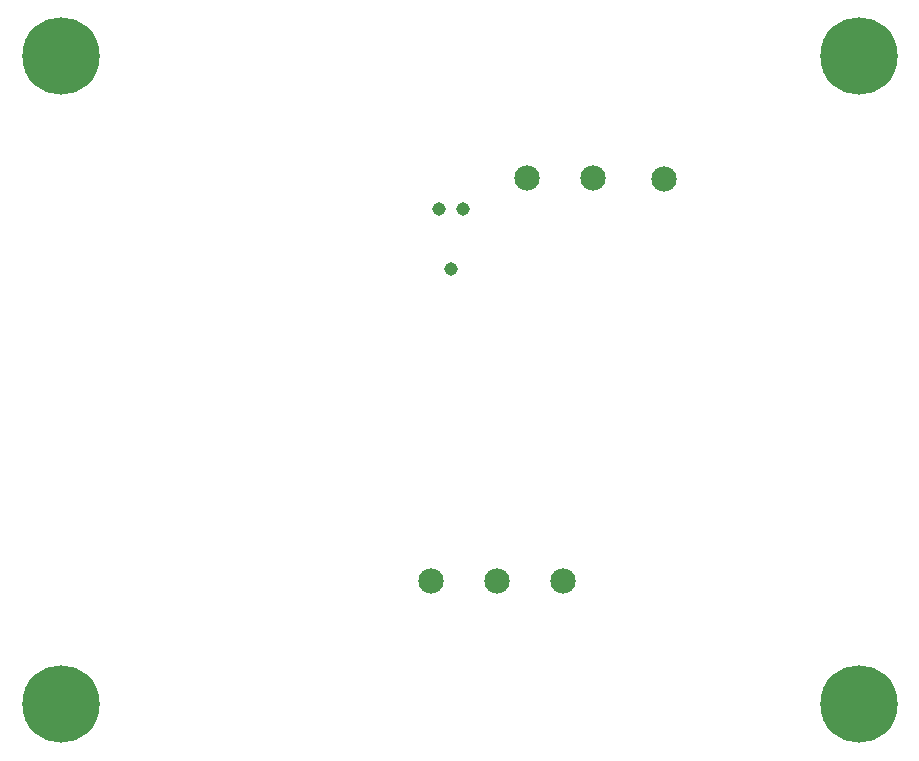
<source format=gbs>
G04 #@! TF.GenerationSoftware,KiCad,Pcbnew,6.0.10-86aedd382b~118~ubuntu18.04.1*
G04 #@! TF.CreationDate,2024-08-26T13:47:26-06:00*
G04 #@! TF.ProjectId,ckt-xing-txm,636b742d-7869-46e6-972d-74786d2e6b69,rev?*
G04 #@! TF.SameCoordinates,Original*
G04 #@! TF.FileFunction,Soldermask,Bot*
G04 #@! TF.FilePolarity,Negative*
%FSLAX46Y46*%
G04 Gerber Fmt 4.6, Leading zero omitted, Abs format (unit mm)*
G04 Created by KiCad (PCBNEW 6.0.10-86aedd382b~118~ubuntu18.04.1) date 2024-08-26 13:47:26*
%MOMM*%
%LPD*%
G01*
G04 APERTURE LIST*
%ADD10C,6.552400*%
%ADD11C,1.143000*%
%ADD12C,2.152400*%
G04 APERTURE END LIST*
D10*
X29718000Y-23368000D03*
X29718000Y-78232000D03*
X97282000Y-78232000D03*
X97282000Y-23368000D03*
D11*
X63754000Y-36322000D03*
X62738000Y-41402000D03*
X61722000Y-36322000D03*
D12*
X80772000Y-33782000D03*
X61087000Y-67818000D03*
X74803000Y-33655000D03*
X69215000Y-33655000D03*
X66675000Y-67818000D03*
X72263000Y-67818000D03*
M02*

</source>
